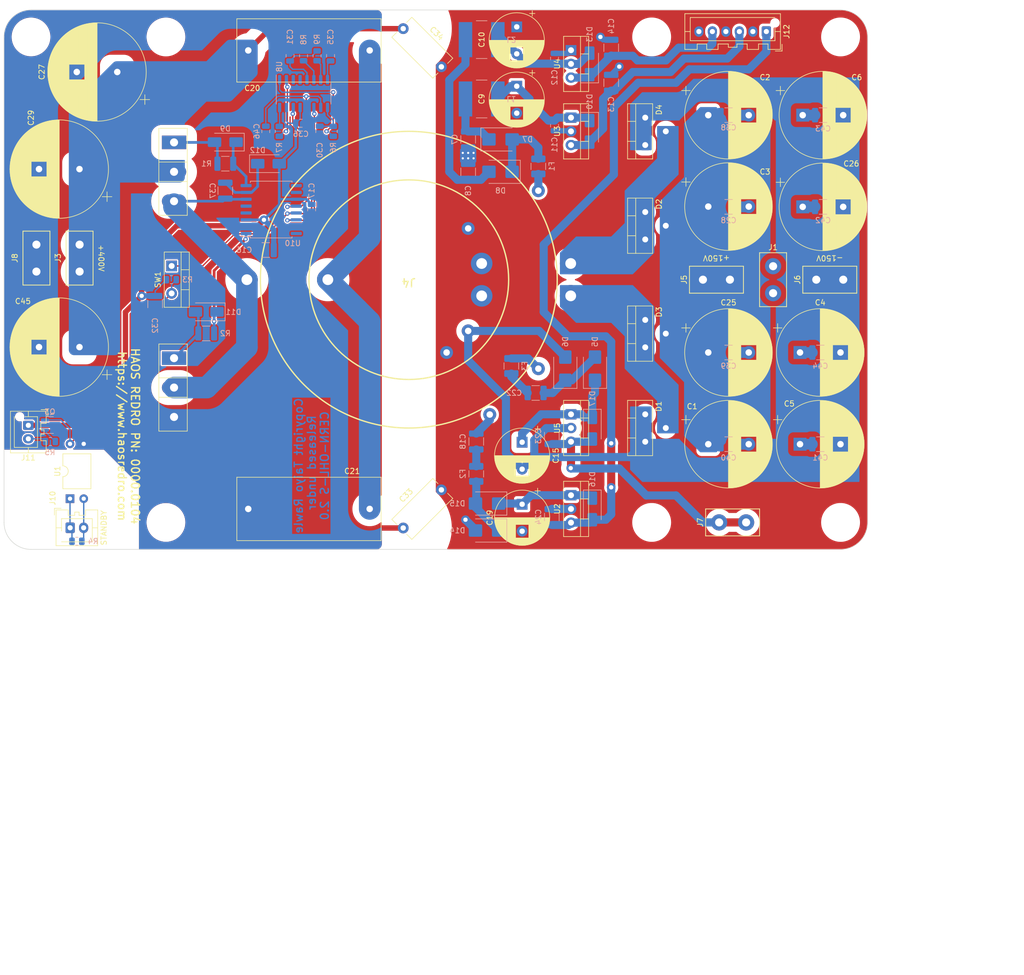
<source format=kicad_pcb>
(kicad_pcb (version 20221018) (generator pcbnew)
  (layers (0 "F.Cu" signal) (31 "B.Cu" signal) (34 "B.Paste" user) (35 "F.Paste" user) (36 "B.SilkS" user "B.Silkscreen") (37 "F.SilkS" user "F.Silkscreen") (38 "B.Mask" user) (39 "F.Mask" user) (44 "Edge.Cuts" user))
  (net 0 "")
  (net 1 "Net-(D7-K)")
  (net 2 "GND")
  (net 3 "Net-(D8-A)")
  (net 4 "Net-(D10-K)")
  (net 5 "Net-(D13-A)")
  (net 6 "Net-(D10-A)")
  (net 7 "Net-(D13-K)")
  (net 8 "Net-(D17-K)")
  (net 9 "-150V")
  (net 10 "Net-(D12-K)")
  (net 11 "Net-(C18-Pad1)")
  (net 12 "+GDRV")
  (net 13 "GND1")
  (net 14 "+400V")
  (net 15 "Net-(J4-Pin_8)")
  (net 16 "Net-(D5-A)")
  (net 17 "+12Vaux")
  (net 18 "Net-(D14-K)")
  (net 19 "Net-(D15-K)")
  (net 20 "Net-(D1-A)")
  (net 21 "Net-(D4-A)")
  (net 22 "Net-(D7-A)")
  (net 23 "Net-(D9-K)")
  (net 24 "Net-(D9-A)")
  (net 25 "Net-(D11-K)")
  (net 26 "Net-(D11-A)")
  (net 27 "Net-(J4-Pin_3)")
  (net 28 "Net-(J4-Pin_6)")
  (net 29 "Net-(J4-Pin_10)")
  (net 30 "Net-(J4-Pin_1)")
  (net 31 "+150V")
  (net 32 "Net-(C22-Pad2)")
  (net 33 "+12V")
  (net 34 "Net-(U8-COMP)")
  (net 35 "Net-(U8-CT)")
  (net 36 "Net-(U8-SS)")
  (net 37 "Net-(J10-Pin_1)")
  (net 38 "Net-(J10-Pin_2)")
  (net 39 "/SD")
  (net 40 "Net-(U8-INV)")
  (net 41 "Net-(U8-REF)")
  (net 42 "Net-(U8-NI)")
  (net 43 "Net-(U8-RT)")
  (net 44 "Net-(U8-DISCH)")
  (net 47 "Net-(U10-HIN)")
  (net 48 "Net-(U10-LIN)")
  (net 54 "Net-(J11-Pin_2)")
  (net 55 "Net-(Q3-B)")
  (net 56 "Net-(Q3-C)")
  (footprint "Connector_JST:JST_XA_B02B-XASK-1-A_1x02_P2.50mm_Vertical" (layer "F.Cu") (at 79.5 127 -90)
    (fp_text reference "J11")
    (fp_text value "JX")
  )
  (footprint "HR_Parts:CON-BLADE250-VERTICAL" (layer "F.Cu") (at 89 96 -90)
    (fp_text reference "J3")
    (fp_text value "BLADE250")
  )
  (footprint "Package_TO_SOT_THT:TO-220-3_Vertical" (layer "F.Cu") (at 180.055 124.96 -90)
    (fp_text reference "U5")
    (fp_text value "L7812")
  )
  (footprint "Capacitor_THT:C_Disc_D10.5mm_W5.0mm_P10.00mm" (layer "F.Cu") (at 148.964466 146.035534 45)
    (fp_text reference "C33")
    (fp_text value "222")
  )
  (footprint "Capacitor_THT:CP_Radial_D18.0mm_P7.50mm" (layer "F.Cu") (at 88.97778 79.5 180)
    (fp_text reference "C29")
    (fp_text value "47")
  )
  (footprint "Connector_JST:JST_XA_B02B-XASK-1-A_1x02_P2.50mm_Vertical" (layer "F.Cu") (at 87.25 146)
    (fp_text reference "J10")
    (fp_text value "JX")
  )
  (footprint "HR_Parts:TO-220-3_Vertical_Staggered" (layer "F.Cu") (at 193.8075 112.54 90)
    (fp_text reference "D3")
    (fp_text value "20R04")
  )
  (footprint "HR_Parts:CON-BLADE250-VERTICAL" (layer "F.Cu") (at 207 100 180)
    (fp_text reference "J5")
    (fp_text value "BLADE250")
  )
  (footprint "Capacitor_THT:CP_Radial_D10.0mm_P5.00mm" (layer "F.Cu") (at 170 53.132323 -90)
    (fp_text reference "C10")
    (fp_text value "470")
  )
  (footprint "HR_Parts:CON-BLADE250-VERTICAL" (layer "F.Cu") (at 210 145 180)
    (fp_text reference "J7")
    (fp_text value "BLADE250")
  )
  (footprint "MountingHole:MountingHole_3.2mm_M3" (layer "F.Cu") (at 105 55)
    (fp_text reference "H5" hide)
    (fp_text value "M3")
  )
  (footprint "MountingHole:MountingHole_3.2mm_M3" (layer "F.Cu") (at 105 145)
    (fp_text reference "H3" hide)
    (fp_text value "M3")
  )
  (footprint "HR_Parts:TRANSFORMER-TOROID-D55-H-8P-1" (layer "F.Cu") (at 150 100 180)
    (fp_text reference "J4")
    (fp_text value "mysterious toroid")
  )
  (footprint "HR_Parts:TO-220-3_Vertical_Staggered" (layer "F.Cu") (at 193.8075 130.04 90)
    (fp_text reference "D1")
    (fp_text value "20R04")
  )
  (footprint "MountingHole:MountingHole_3.2mm_M3" (layer "F.Cu") (at 80 55)
    (fp_text reference "H2" hide)
    (fp_text value "M3")
  )
  (footprint "HR_Parts:CON-BLADE250-VERTICAL" (layer "F.Cu") (at 81 96 90)
    (fp_text reference "J8")
    (fp_text value "BLADE250")
  )
  (footprint "HR_Parts:CON-BLADE250-VERTICAL" (layer "F.Cu") (at 228 100 180)
    (fp_text reference "J6")
    (fp_text value "BLADE250")
  )
  (footprint "Capacitor_THT:CP_Radial_D16.0mm_P7.50mm" (layer "F.Cu") (at 222.487246 113.5)
    (fp_text reference "C4")
    (fp_text value "220")
  )
  (footprint "Capacitor_THT:CP_Radial_D16.0mm_P7.50mm" (layer "F.Cu") (at 205.487246 130.5)
    (fp_text reference "C1")
    (fp_text value "220")
  )
  (footprint "Capacitor_THT:C_Rect_L26.5mm_W11.5mm_P22.50mm_MKS4" (layer "F.Cu") (at 120.25 57.5)
    (fp_text reference "C20")
    (fp_text value "105")
  )
  (footprint "Capacitor_THT:C_Disc_D10.5mm_W5.0mm_P10.00mm" (layer "F.Cu") (at 148.964466 53.464466 -45)
    (fp_text reference "C34")
    (fp_text value "222")
  )
  (footprint "Capacitor_THT:CP_Radial_D18.0mm_P7.50mm" (layer "F.Cu") (at 88.97778 112.5 180)
    (fp_text reference "C45")
    (fp_text value "47")
  )
  (footprint "Package_TO_SOT_THT:TO-220-3_Vertical" (layer "F.Cu") (at 180.055 57.46 -90)
    (fp_text reference "U4")
    (fp_text value "L7915")
  )
  (footprint "MountingHole:MountingHole_3.2mm_M3" (layer "F.Cu") (at 80 145)
    (fp_text reference "H9" hide)
    (fp_text value "M3")
  )
  (footprint "Capacitor_THT:CP_Radial_D10.0mm_P5.00mm" (layer "F.Cu") (at 170 64.132323 -90)
    (fp_text reference "C9")
    (fp_text value "470")
  )
  (footprint "MountingHole:MountingHole_3.2mm_M3" (layer "F.Cu") (at 195 55)
    (fp_text reference "H4" hide)
    (fp_text value "M3")
  )
  (footprint "MountingHole:MountingHole_3.2mm_M3" (layer "F.Cu") (at 230 55)
    (fp_text reference "H1" hide)
    (fp_text value "M3")
  )
  (footprint "MountingHole:MountingHole_3.2mm_M3" (layer "F.Cu") (at 230 145)
    (fp_text reference "H8" hide)
    (fp_text value "M3")
  )
  (footprint "Capacitor_THT:CP_Radial_D16.0mm_P7.50mm" (layer "F.Cu") (at 205.487246 69.5)
    (fp_text reference "C2")
    (fp_text value "220")
  )
  (footprint "Capacitor_THT:CP_Radial_D16.0mm_P7.50mm" (layer "F.Cu") (at 205.487246 86.45)
    (fp_text reference "C3")
    (fp_text value "220")
  )
  (footprint "Capacitor_THT:CP_Radial_D16.0mm_P7.50mm" (layer "F.Cu") (at 222.987246 86.5)
    (fp_text reference "C26")
    (fp_text value "220")
  )
  (footprint "Capacitor_THT:CP_Radial_D16.0mm_P7.50mm" (layer "F.Cu") (at 222.987246 69.5)
    (fp_text reference "C6")
    (fp_text value "220")
  )
  (footprint "HR_Parts:TO-220-3_Vertical_Staggered" (layer "F.Cu") (at 193.8075 75.04 90)
    (fp_text reference "D4")
    (fp_text value "20R04")
  )
  (footprint "Package_TO_SOT_THT:TO-247-3_Vertical" (layer "F.Cu") (at 106.5 114.55 -90)
    (fp_text reference "Q2" hide)
    (fp_text value "50N60")
  )
  (footprint "Package_DIP:DIP-4_W10.16mm" (layer "F.Cu") (at 87.225 140.6 90)
    (fp_text reference "U1")
    (fp_text value "TLP291")
  )
  (footprint "Package_TO_SOT_THT:TO-220-3_Vertical" (layer "F.Cu") (at 180.055 69.96 -90)
    (fp_text reference "U3")
    (fp_text value "L7815")
  )
  (footprint "MountingHole:MountingHole_3.2mm_M3" (layer "F.Cu") (at 195 145)
    (fp_text reference "H7" hide)
    (fp_text value "M3")
  )
  (footprint "HR_Parts:CON-BLADE250-VERTICAL" (layer "F.Cu") (at 217.5 100 90)
    (fp_text reference "J1")
    (fp_text value "BLADE250")
  )
  (footprint "Capacitor_THT:CP_Radial_D16.0mm_P7.50mm" (layer "F.Cu") (at 205.487246 113.5)
    (fp_text reference "C25")
    (fp_text value "220")
  )
  (footprint "Capacitor_THT:C_Rect_L26.5mm_W11.5mm_P22.50mm_MKS4" (layer "F.Cu") (at 142.75 142.5 180)
    (fp_text reference "C21")
    (fp_text value "105")
  )
  (footprint "Connector_JST:JST_XA_B06B-XASK-1-A_1x06_P2.50mm_Vertical" (layer "F.Cu") (at 216.25 54 180)
    (fp_text reference "J12")
    (fp_text value "JX")
  )
  (footprint "HR_Parts:TO-220-3_Vertical_Staggered" (layer "F.Cu") (at 193.8075 92.54 90)
    (fp_text reference "D2")
    (fp_text value "20R04")
  )
  (footprint "Capacitor_THT:CP_Radial_D18.0mm_P7.50mm" (layer "F.Cu") (at 95.97778 61.5 180)
    (fp_text reference "C27")
    (fp_text value "47")
  )
  (footprint "Capacitor_THT:CP_Radial_D10.0mm_P5.00mm" (layer "F.Cu") (at 171 130.132323 -90)
    (fp_text reference "C15")
    (fp_text value "470")
  )
  (footprint "Package_TO_SOT_THT:TO-220-2_Vertical" (layer "F.Cu") (at 106.055 97.46 -90)
    (fp_text reference "SW1")
    (fp_text value "70")
  )
  (footprint "Capacitor_THT:CP_Radial_D16.0mm_P7.50mm" (layer "F.Cu") (at 222.487246 130.5)
    (fp_text reference "C5")
    (fp_text value "220")
  )
  (footprint "Package_TO_SOT_THT:TO-247-3_Vertical" (layer "F.Cu") (at 106.5 74.55 -90)
    (fp_text reference "Q1" hide)
    (fp_text value "50N60")
  )
  (footprint "Capacitor_THT:CP_Radial_D10.0mm_P5.00mm" (layer "F.Cu") (at 171 141.632323 -90)
    (fp_text reference "C19")
    (fp_text value "470")
  )
  (footprint "Package_TO_SOT_THT:TO-220-3_Vertical" (layer "F.Cu") (at 180.055 139.96 -90)
    (fp_text reference "U2")
    (fp_text value "L7812")
  )
  (footprint "Capacitor_SMD:C_0805_2012Metric" (layer "B.Cu") (at 132 87 -90)
    (fp_text reference "C17")
    (fp_text value "104")
  )
  (footprint "Capacitor_SMD:C_0805_2012Metric" (layer "B.Cu") (at 133.5 72.5 -90)
    (fp_text reference "C30")
    (fp_text value "102")
  )
  (footprint "Capacitor_SMD:C_1210_3225Metric" (layer "B.Cu") (at 103 104.5 -90)
    (fp_text reference "C32")
    (fp_text value "106")
  )
  (footprint "Resistor_SMD:R_0805_2012Metric" (layer "B.Cu") (at 130.5 58.5 -90)
    (fp_text reference "R8")
    (fp_text value "12K")
  )
  (footprint "HR_Parts:INDUCTOR_SMD_7x7" (layer "B.Cu") (at 163.5 66.5)
    (fp_text reference "L1")
    (fp_text value "22")
  )
  (footprint "Diode_SMD:D_SMB" (layer "B.Cu") (at 167 80 180)
    (fp_text reference "D8")
    (fp_text value "SK36B")
  )
  (footprint "Capacitor_SMD:C_0805_2012Metric" (layer "B.Cu") (at 130 71)
    (fp_text reference "C36")
    (fp_text value "104")
  )
  (footprint "Diode_SMD:D_SMB" (layer "B.Cu") (at 179 116.5 90)
    (fp_text reference "D6")
    (fp_text value "SK36B")
  )
  (footprint "Diode_SMD:D_SMA" (layer "B.Cu") (at 183.5 72.5 -90)
    (fp_text reference "D10")
    (fp_text value "4002")
  )
  (footprint "Capacitor_SMD:C_1210_3225Metric" (layer "B.Cu") (at 161 80 -90)
    (fp_text reference "C8")
    (fp_text value "105")
  )
  (footprint "Capacitor_SMD:C_0805_2012Metric" (layer "B.Cu") (at 135.5 58.5 90)
    (fp_text reference "C35")
    (fp_text value "336")
  )
  (footprint "Capacitor_SMD:C_1210_3225Metric" (layer "B.Cu") (at 209.25 113.5)
    (fp_text reference "C39")
    (fp_text value "104")
  )
  (footprint "Capacitor_SMD:C_1210_3225Metric" (layer "B.Cu") (at 209.25 86.5)
    (fp_text reference "C28")
    (fp_text value "104")
  )
  (footprint "Package_TO_SOT_SMD:SOT-23" (layer "B.Cu") (at 83.5 126.95)
    (fp_text reference "Q3")
    (fp_text value "BC846")
  )
  (footprint "Capacitor_SMD:C_1210_3225Metric" (layer "B.Cu") (at 226.75 69.5)
    (fp_text reference "C43")
    (fp_text value "104")
  )
  (footprint "Diode_SMD:D_SMA" (layer "B.Cu") (at 112.4625 105.9625 180)
    (fp_text reference "D11")
    (fp_text value "ES1G")
  )
  (footprint "Capacitor_SMD:C_1210_3225Metric" (layer "B.Cu") (at 226.75 86.5)
    (fp_text reference "C42")
    (fp_text value "104")
  )
  (footprint "Diode_SMD:D_SMB" (layer "B.Cu") (at 167 74)
    (fp_text reference "D7")
    (fp_text value "SK36B")
  )
  (footprint "Diode_SMD:D_SMA" (layer "B.Cu") (at 184 127.54 -90)
    (fp_text reference "D17")
    (fp_text value "4002")
  )
  (footprint "Capacitor_SMD:C_1210_3225Metric" (layer "B.Cu") (at 187.5 57 -90)
    (fp_text reference "C14")
    (fp_text value "106")
  )
  (footprint "Capacitor_SMD:C_0805_2012Metric" (layer "B.Cu") (at 177 71.45 -90)
    (fp_text reference "C11")
    (fp_text value "104")
  )
  (footprint "Package_SO:SOIC-16W_7.5x10.3mm_P1.27mm" (layer "B.Cu") (at 124.5 87)
    (fp_text reference "U10")
    (fp_text value "IRS2110S")
  )
  (footprint "Capacitor_SMD:C_1210_3225Metric" (layer "B.Cu") (at 209.25 130.5)
    (fp_text reference "C40")
    (fp_text value "104")
  )
  (footprint "Diode_SMD:D_SMA" (layer "B.Cu") (at 184 142.5 -90)
    (fp_text reference "D16")
    (fp_text value "4002")
  )
  (footprint "Fuse:Fuse_1210_3225Metric" (layer "B.Cu") (at 174 79 90)
    (fp_text reference "F1")
    (fp_text value "1.5A")
  )
  (footprint "Capacitor_SMD:C_1210_3225Metric" (layer "B.Cu") (at 226.25 130.5)
    (fp_text reference "C41")
    (fp_text value "104")
  )
  (footprint "Capacitor_SMD:C_1210_3225Metric" (layer "B.Cu") (at 209.25 69.5)
    (fp_text reference "C38")
    (fp_text value "104")
  )
  (footprint "HR_Parts:INDUCTOR_SMD_7x7" (layer "B.Cu") (at 163.5 55.5)
    (fp_text reference "L2")
    (fp_text value "22")
  )
  (footprint "Resistor_SMD:R_0805_2012Metric" (layer "B.Cu") (at 83.5875 130)
    (fp_text reference "R5")
    (fp_text value "2K2")
  )
  (footprint "Resistor_SMD:R_0805_2012Metric" (layer "B.Cu") (at 126 72.5 -90)
    (fp_text reference "R7")
    (fp_text value "12K")
  )
  (footprint "Resistor_SMD:R_0805_2012Metric" (layer "B.Cu") (at 133 58.5 -90)
    (fp_text reference "R9")
    (fp_text value "100")
  )
  (footprint "Capacitor_SMD:C_1210_3225Metric" (layer "B.Cu") (at 187.5 63.5 90)
    (fp_text reference "C13")
    (fp_text value "106")
  )
  (footprint "Capacitor_SMD:C_1210_3225Metric" (layer "B.Cu") (at 161 74 -90)
    (fp_text reference "C7")
    (fp_text value "105")
  )
  (footprint "Diode_SMD:D_SMA" (layer "B.Cu") (at 116 74.5 180)
    (fp_text reference "D9")
    (fp_text value "ES1G")
  )
  (footprint "Resistor_SMD:R_0805_2012Metric" (layer "B.Cu") (at 88.5 148.5 180)
    (fp_text reference "R4")
    (fp_text value "10K")
  )
  (footprint "Capacitor_SMD:C_1210_3225Metric" (layer "B.Cu") (at 116 83.5 -90)
    (fp_text reference "C37")
    (fp_text value "106")
  )
  (footprint "Capacitor_SMD:C_1210_3225Metric" (layer "B.Cu") (at 123.5 94.5 180)
    (fp_text reference "C16")
    (fp_text value "106")
  )
  (footprint "Capacitor_SMD:C_1210_3225Metric" (layer "B.Cu") (at 226.25 113.5)
    (fp_text reference "C44")
    (fp_text value "104")
  )
  (footprint "Resistor_SMD:R_1210_3225Metric" (layer "B.Cu") (at 112.4625 109.9625 180)
    (fp_text reference "R2")
    (fp_text value "4R7")
  )
  (footprint "Capacitor_SMD:C_0805_2012Metric" (layer "B.Cu") (at 123.5 72.5 -90)
    (fp_text reference "C46")
    (fp_text value "104")
  )
  (footprint "Package_SO:SO-16_3.9x9.9mm_P1.27mm" (layer "B.Cu") (at 130.5 65.5 -90)
    (fp_text reference "U8")
    (fp_text value "SG3525")
  )
  (footprint "Resistor_SMD:R_0805_2012Metric" (layer "B.Cu") (at 106 100 180)
    (fp_text reference "R3")
    (fp_text value "10K")
  )
  (footprint "Diode_SMD:D_SMA" (layer "B.Cu") (at 183.5 60 90)
    (fp_text reference "D13")
    (fp_text value "4002")
  )
  (footprint "Fuse:Fuse_1210_3225Metric" (layer "B.Cu") (at 162.5 136 90)
    (fp_text reference "F2")
    (fp_text value "1.5A")
  )
  (footprint "Diode_SMD:D_SMB" (layer "B.Cu") (at 164.5 141.5 180)
    (fp_text reference "D15")
    (fp_text value "SK36B")
  )
  (footprint "Diode_SMD:D_SMB" (layer "B.Cu") (at 184.5 116.5 90)
    (fp_text reference "D5")
    (fp_text value "SK36B")
  )
  (footprint "Resistor_SMD:R_1210_3225Metric" (layer "B.Cu") (at 116 78.5 180)
    (fp_text reference "R1")
    (fp_text value "4R7")
  )
  (footprint "Diode_SMD:D_SMA" (layer "B.Cu") (at 124 78.5)
    (fp_text reference "D12")
    (fp_text value "ES1G")
  )
  (footprint "Capacitor_SMD:C_0805_2012Metric" (layer "B.Cu") (at 128 58.5 90)
    (fp_text reference "C31")
    (fp_text value "102")
  )
  (footprint "Capacitor_SMD:C_1210_3225Metric" (layer "B.Cu") (at 173.5 121 180)
    (fp_text reference "C22")
    (fp_text value "105")
  )
  (footprint "Fuse:Fuse_1210_3225Metric" (layer "B.Cu") (at 169 116 90)
    (fp_text reference "F3")
    (fp_text value "1.5A")
  )
  (footprint "Diode_SMD:D_SMB" (layer "B.Cu") (at 164.5 146.5 180)
    (fp_text reference "D14")
    (fp_text value "SK36B")
  )
  (footprint "Capacitor_SMD:C_0805_2012Metric" (layer "B.Cu") (at 177 59 -90)
    (fp_text reference "C12")
    (fp_text value "104")
  )
  (footprint "Capacitor_SMD:C_1210_3225Metric" (layer "B.Cu") (at 176.5 144 90)
    (fp_text reference "C24")
    (fp_text value "106")
  )
  (footprint "Capacitor_SMD:C_1210_3225Metric" (layer "B.Cu") (at 162.5 130 90)
    (fp_text reference "C18")
    (fp_text value "105")
  )
  (footprint "Resistor_SMD:R_0805_2012Metric" (layer "B.Cu") (at 136 72.5 -90)
    (fp_text reference "R6")
    (fp_text value "12K")
  )
  (footprint "Capacitor_SMD:C_1210_3225Metric" (layer "B.Cu") (at 176.5 129 90)
    (fp_text reference "C23")
    (fp_text value "106")
  )
  (gr_arc (start 75 55) (mid 76.464466 51.464466) (end 80 50) (stroke (width 0.1)) (layer "Edge.Cuts"))
  (gr_line (start 75 145) (end 75 55) (stroke (width 0.1)) (layer "Edge.Cuts"))
  (gr_line (start 80 50) (end 230 50) (stroke (width 0.1)) (layer "Edge.Cuts"))
  (gr_arc (start 80 150) (mid 76.464466 148.535534) (end 75 145) (stroke (width 0.1)) (layer "Edge.Cuts"))
  (gr_line (start 235 145) (end 235 55) (stroke (width 0.1)) (layer "Edge.Cuts"))
  (gr_line (start 80 150) (end 230 150) (stroke (width 0.1)) (layer "Edge.Cuts"))
  (gr_arc (start 230 50) (mid 233.535534 51.464466) (end 235 55) (stroke (width 0.1)) (layer "Edge.Cuts"))
  (gr_arc (start 235 145) (mid 233.535534 148.535534) (end 230 150) (stroke (width 0.1)) (layer "Edge.Cuts"))
  (gr_text "Copyright Taiyo Rawle\nReleased under \nCERN-OHL-S 2.0" (at 132 134.5 90) (layer "B.Cu") (effects (font (size 1.5 1.5) (thickness 0.25) bold) (justify mirror)))
  (gr_text "HAOS REDRO PN: 0000.0104\nhttps://www.haosredro.com" (at 96 129 -90) (layer "F.SilkS") (effects (font (size 1.5 1.5) (thickness 0.25) bold) (justify bottom)))
  (segment (start 160.5 66.5) (end 160.5 72.025) (width 1.5) (layer "B.Cu") (net 1))
  (segment (start 163.375 72.525) (end 161 72.525) (width 1.5) (layer "B.Cu") (net 1))
  (segment (start 164.85 74) (end 163.375 72.525) (width 1.5) (layer "B.Cu") (net 1))
  (segment (start 160.5 72.025) (end 161 72.525) (width 1.5) (layer "B.Cu") (net 1))
  (via (at 161 76.5) (size 0.8) (drill 0.4) (layers "F.Cu" "B.Cu") (net 2))
  (via (at 162 76.5) (size 0.8) (drill 0.4) (layers "F.Cu" "B.Cu") (net 2))
  (via (at 162 77.5) (size 0.8) (drill 0.4) (layers "F.Cu" "B.Cu") (net 2))
  (via (at 161 77.5) (size 0.8) (drill 0.4) (layers "F.Cu" "B.Cu") (net 2))
  (via (at 160.5 144.5) (size 1.6) (drill 0.8) (layers "F.Cu" "B.Cu") (net 2))
  (via (at 185.5 55) (size 1.6) (drill 0.8) (layers "F.Cu" "B.Cu") (net 2))
  (via (at 160 77.5) (size 0.8) (drill 0.4) (layers "F.Cu" "B.Cu") (net 2))
  (via (at 189 60.5) (size 1.6) (drill 0.8) (layers "F.Cu" "B.Cu") (net 2))
  (via (at 160 76.5) (size 0.8) (drill 0.4) (layers "F.Cu" "B.Cu") (net 2))
  (segment (start 186.025 55.525) (end 185.5 55) (width 1) (layer "B.Cu") (net 2))
  (segment (start 222.987246 86.5) (end 225.275 86.5) (width 2) (layer "B.Cu") (net 2))
  (segment (start 187.5 62) (end 189 60.5) (width 1) (layer "B.Cu") (net 2))
  (segment (start 210.725 69.5) (end 212.987246 69.5) (width 2) (layer "B.Cu") (net 2))
  (segment (start 210.725 113.5) (end 212.987246 113.5) (width 2) (layer "B.Cu") (net 2))
  (segment (start 224.775 113.5) (end 222.487246 113.5) (width 2) (layer "B.Cu") (net 2))
  (segment (start 176.525 142.5) (end 176.5 142.525) (width 1.5) (layer "B.Cu") (net 2))
  (segment (start 224.775 130.5) (end 222.487246 130.5) (width 2) (layer "B.Cu") (net 2))
  (segment (start 179.465 58.05) (end 180.055 57.46) (width 1) (layer "B.Cu") (net 2))
  (segment (start 212.937246 86.5) (end 212.987246 86.45) (width 2) (layer "B.Cu") (net 2))
  (segment (start 177 58.05) (end 179.465 58.05) (width 1) (layer "B.Cu") (net 2))
  (segment (start 180.055 142.5) (end 176.525 142.5) (width 1.5) (layer "B.Cu") (net 2))
  (segment (start 210.725 130.5) (end 212.987246 130.5) (width 2) (layer "B.Cu") (net 2))
  (segment (start 187.5 55.525) (end 186.025 55.525) (width 1) (layer "B.Cu") (net 2))
  (segment (start 187.5 62.025) (end 187.5 62) (width 1) (layer "B.Cu") (net 2))
  (segment (start 177 72.4) (end 179.955 72.4) (width 1) (layer "B.Cu") (net 2))
  (segment (start 179.955 72.4) (end 180.055 72.5) (width 1) (layer "B.Cu") (net 2))
  (segment (start 162.35 146.5) (end 162.35 146.35) (width 1.5) (layer "B.Cu") (net 2))
  (segment (start 210.725 86.5) (end 212.937246 86.5) (width 2) (layer "B.Cu") (net 2))
  (segment (start 162.35 146.35) (end 160.5 144.5) (width 1.5) (layer "B.Cu") (net 2))
  (segment (start 225.275 69.5) (end 222.987246 69.5) (width 2) (layer "B.Cu") (net 2))
  (segment (start 157.5 63) (end 160.5 60) (width 1.5) (layer "B.Cu") (net 3))
  (segment (start 157.5 80) (end 157.5 63) (width 1.5) (layer "B.Cu") (net 3))
  (segment (start 158.975 81.475) (end 157.5 80) (width 1.5) (layer "B.Cu") (net 3))
  (segment (start 164.85 80) (end 163.375 81.475) (width 1.5) (layer "B.Cu") (net 3))
  (segment (start 160.5 60) (end 160.5 55.5) (width 1.5) (layer "B.Cu") (net 3))
  (segment (start 161 81.475) (end 158.975 81.475) (width 1.5) (layer "B.Cu") (net 3))
  (segment (start 163.375 81.475) (end 161 81.475) (width 1.5) (layer "B.Cu") (net 3))
  (segment (start 182.96 69.96) (end 183.5 70.5) (width 1.5) (layer "B.Cu") (net 4))
  (segment (start 168.867677 64.132323) (end 166.5 66.5) (width 1.5) (layer "B.Cu") (net 4))
  (segment (start 177.54 69.96) (end 177 70.5) (width 1.5) (layer "B.Cu") (net 4))
  (segment (start 170 64.132323) (end 168.867677 64.132323) (width 1.5) (layer "B.Cu") (net 4))
  (segment (start 180.055 69.96) (end 177.54 69.96) (width 1.5) (layer "B.Cu") (net 4))
  (segment (start 175.867677 70.5) (end 172.367677 67) (width 1.5) (layer "B.Cu") (net 4))
  (segment (start 180.055 69.96) (end 182.96 69.96) (width 1.5) (layer "B.Cu") (net 4))
  (segment (start 177 70.5) (end 175.867677 70.5) (width 1.5) (layer "B.Cu") (net 4))
  (segment (start 172.367677 66.5) (end 170 64.132323) (width 1.5) (layer "B.Cu") (net 4))
  (segment (start 172.367677 67) (end 172.367677 66.5) (width 1.5) (layer "B.Cu") (net 4))
  (segment (start 177 59.95) (end 171.817677 59.95) (width 1.5) (layer "B.Cu") (net 5))
  (segment (start 166.5 55.5) (end 167.367677 55.5) (width 1.5) (layer "B.Cu") (net 5))
  (segment (start 180.005 59.95) (end 180.055 60) (width 1.5) (layer "B.Cu") (net 5))
  (segment (start 171.817677 59.95) (end 170 58.132323) (width 1.5) (layer "B.Cu") (net 5))
  (segment (start 180.055 60) (end 181.5 60) (width 1.5) (layer "B.Cu") (net 5))
  (segment (start 181.5 60) (end 183.5 58) (width 1.5) (layer "B.Cu") (net 5))
  (segment (start 177 59.95) (end 180.005 59.95) (width 1.5) (layer "B.Cu") (net 5))
  (segment (start 167.367677 55.5) (end 170 58.132323) (width 1.5) (layer "B.Cu") (net 5))
  (segment (start 186 66.475) (end 187.5 64.975) (width 1.5) (layer "B.Cu") (net 6))
  (segment (start 188.025 64.975) (end 187.5 64.975) (width 1.5) (layer "B.Cu") (net 6))
  (segment (start 191.5 61.5) (end 188.025 64.975) (width 1.5) (layer "B.Cu") (net 6))
  (segment (start 186 72) (end 186 66.475) (width 1.5) (layer "B.Cu") (net 6))
  (segment (start 201 59) (end 198.5 61.5) (width 1.5) (layer "B.Cu") (net 6))
  (segment (start 209 59) (end 211.25 56.75) (width 1.5) (layer "B.Cu") (net 6))
  (segment (start 209 59) (end 201 59) (width 1.5) (layer "B.Cu") (net 6))
  (segment (start 211.25 56.75) (end 211.25 54) (width 1.5) (layer "B.Cu") (net 6))
  (segment (start 180.055 75.04) (end 182.96 75.04) (width 1.5) (layer "B.Cu") (net 6))
  (segment (start 182.96 75.04) (end 183.5 74.5) (width 1.5) (layer "B.Cu") (net 6))
  (segment (start 198.5 61.5) (end 191.5 61.5) (width 1.5) (layer "B.Cu") (net 6))
  (segment (start 186 72) (end 183.5 74.5) (width 1.5) (layer "B.Cu") (net 6))
  (segment (start 197.65 59.35) (end 200 57) (width 1.5) (layer "B.Cu") (net 7))
  (segment (start 191.5 58.5) (end 192.35 59.35) (width 1.5) (layer "B.Cu") (net 7))
  (segment (start 182.96 62.54) (end 183.5 62) (width 1.5) (layer "B.Cu") (net 7))
  (segment (start 187.5 58.475) (end 187.525 58.5) (width 1.5) (layer "B.Cu") (net 7))
  (segment (start 183.5 62) (end 183.975 62) (width 1.5) (layer "B.Cu") (net 7))
  (segment (start 187.525 58.5) (end 191.5 58.5) (width 1.5) (layer "B.Cu") (net 7))
  (segment (start 183.975 62) (end 187.5 58.475) (width 1.5) (layer "B.Cu") (net 7))
  (segment (start 180.055 62.54) (end 182.96 62.54) (width 1.5) (layer "B.Cu") (net 7))
  (segment (start 192.35 59.35) (end 197.65 59.35) (width 1.5) (layer "B.Cu") (net 7))
  (segment (start 206.25 56.25) (end 206.25 54) (width 1.5) (layer "B.Cu") (net 7))
  (segment (start 200 57) (end 205.5 57) (width 1.5) (layer "B.Cu") (net 7))
  (segment (start 205.5 57) (end 206.25 56.25) (width 1.5) (layer "B.Cu") (net 7))
  (segment (start 174.54 124.96) (end 180.055 124.96) (width 1.5) (layer "B.Cu") (net 8))
  (segment (start 184.5 118.65) (end 184.5 121) (width 1.5) (layer "B.Cu") (net 8))
  (segment (start 184 125.54) (end 182.54 125.54) (width 1.5) (layer "B.Cu") (net 8))
  (segment (start 184 121.5) (end 184 125.54) (width 1.5) (layer "B.Cu") (net 8))
  (segment (start 182.54 125.54) (end 181.96 124.96) (width 1.5) (layer "B.Cu") (net 8))
  (segment (start 181.96 124.96) (end 180.055 124.96) (width 1.5) (layer "B.Cu") (net 8))
  (segment (start 184.5 121) (end 184 121.5) (width 1.5) (layer "B.Cu") (net 8))
  (segment (start 171 128.5) (end 174.54 124.96) (width 1.5) (layer "B.Cu") (net 8))
  (segment (start 171 130.132323) (end 171 128.5) (width 1.5) (layer "B.Cu") (net 8))
  (segment (start 190.965177 132.882323) (end 193.8075 130.04) (width 1.5) (layer "B.Cu") (net 9))
  (segment (start 161 109.5) (end 161 115) (width 1.5) (layer "B.Cu") (net 9))
  (segment (start 180.03 127.525) (end 180.055 127.5) (width 1.5) (layer "B.Cu") (net 9))
  (segment (start 176.5 127.525) (end 180.03 127.525) (width 1.5) (layer "B.Cu") (net 9))
  (segment (start 171 135.132323) (end 173.25 132.882323) (width 1.5) (layer "B.Cu") (net 9))
  (segment (start 168 122) (end 168 132.132323) (width 1.5) (layer "B.Cu") (net 9))
  (segment (start 175.475 127.525) (end 176.5 127.525) (width 1.5) (layer "B.Cu") (net 9))
  (segment (start 173.25 129.75) (end 175.475 127.525) (width 1.5) (layer "B.Cu") (net 9))
  (segment (start 161 115) (end 168 122) (width 1.5) (layer "B.Cu") (net 9))
  (segment (start 173.25 132.882323) (end 173.25 129.75) (width 1.5) (layer "B.Cu") (net 9))
  (segment (start 168 132.132323) (end 171 135.132323) (width 1.5) (layer "B.Cu") (net 9))
  (segment (start 161 109.5) (end 174.15 109.5) (width 1.5) (layer "B.Cu") (net 9))
  (segment (start 174.15 109.5) (end 179 114.35) (width 1.5) (layer "B.Cu") (net 9))
  (segment (start 173.25 132.882323) (end 190.965177 132.882323) (width 1.5) (layer "B.Cu") (net 9))
  (segment (start 122 78.5) (end 122 82.702792) (width 0.5) (layer "B.Cu") (net 10))
  (segment (start 119.85 83.825) (end 117.8 83.825) (width 0.5) (layer "B.Cu") (net 10))
  (segment (start 117.8 83.825) (end 116 82.025) (width 0.5) (layer "B.Cu") (net 10))
  (segment (start 122 82.702792) (end 120.887792 83.815) (width 0.5) (layer "B.Cu") (net 10))
  (segment (start 120.887792 83.815) (end 119.85 83.815) (width 0.5) (layer "B.Cu") (net 10))
  (segment (start 162.5 134.6) (end 162.5 131.475) (width 1.5) (layer "B.Cu") (net 11))
  (segment (start 97.5 106) (end 100.5 103) (width 1) (layer "F.Cu") (net 12))
  (segment (start 79.5 127) (end 93.5 127) (width 1) (layer "F.Cu") (net 12))
  (segment (start 122.06 90) (end 123.155 88.905) (width 1) (layer "F.Cu") (net 12))
  (segment (start 100.5 96.5) (end 107 90) (width 1) (layer "F.Cu") (net 12))
  (segment (start 107 90) (end 122.06 90) (width 1) (layer "F.Cu") (net 12))
  (segment (start 100.5 103) (end 100.5 96.5) (width 1) (layer "F.Cu") (net 12))
  (segment (start 97.5 123) (end 97.5 106) (width 1) (layer "F.Cu") (net 12))
  (segment (start 93.5 127) (end 97.5 123) (width 1) (layer "F.Cu") (net 12))
  (via (at 123.155 88.905) (size 1.6) (drill 0.8) (layers "F.Cu" "B.Cu") (net 12))
  (via (at 100.5 103) (size 1.6) (drill 0.8) (layers "F.Cu" "B.Cu") (net 12))
  (segment (start 129.865 68.075) (end 129.865 70.185) (width 0.25) (layer "B.Cu") (net 12))
  (segment (start 127.75 71) (end 129.05 71) (width 0.25) (layer "B.Cu") (net 12))
  (segment (start 129.05 71) (end 129.05 75.45) (width 0.5) (layer "B.Cu") (net 12))
  (segment (start 126 85) (end 126 86.06) (width 0.5) (layer "B.Cu") (net 12))
  (segment (start 123.155 88.905) (end 119.85 88.905) (width 0.5) (layer "B.Cu") (net 12))
  (segment (start 129.15 85.095) (end 126.095 85.095) (width 0.5) (layer "B.Cu") (net 12))
  (segment (start 129.15 85.095) (end 131.045 85.095) (width 0.5) (layer "B.Cu") (net 12))
  (segment (start 126.095 85.095) (end 126 85) (width 0.5) (layer "B.Cu") (net 12))
  (segment (start 127.325 70.575) (end 127.75 71) (width 0.25) (layer "B.Cu") (net 12))
  (segment (start 124.975 90.725) (end 123.155 88.905) (width 1) (layer "B.Cu") (net 12))
  (segment (start 124.975 94.5) (end 124.975 90.725) (width 1) (layer "B.Cu") (net 12))
  (segment (start 129.865 70.185) (end 129.05 71) (width 0.25) (layer "B.Cu") (net 12))
  (segment (start 126 86.06) (end 123.155 88.905) (width 0.5) (layer "B.Cu") (net 12))
  (segment (start 103 102.0875) (end 103 103.025) (width 0.25) (layer "B.Cu") (net 12))
  (segment (start 127.325 68.075) (end 127.325 70.575) (width 0.25) (layer "B.Cu") (net 12))
  (segment (start 103.475 103) (end 103.5 103.025) (width 1) (layer "B.Cu") (net 12))
  (segment (start 105.0875 100) (end 103 102.0875) (width 0.25) (layer "B.Cu") (net 12))
  (segment (start 126 78.5) (end 126.25 78.25) (width 0.25) (layer "B.Cu") (net 12))
  (segment (start 126 78.5) (end 126 85) (width 0.5) (layer "B.Cu") (net 12))
  (segment (start 129.05 75.45) (end 126 78.5) (width 0.5) (layer "B.Cu") (net 12))
  (segment (start 131.045 85.095) (end 132 86.05) (width 0.5) (layer "B.Cu") (net 12))
  (segment (start 100.5 103) (end 103.475 103) (width 1) (layer "B.Cu") (net 12))
  (segment (start 144.464466 146.035534) (end 144 146.5) (width 1) (layer "F.Cu") (net 13))
  (segment (start 148.964466 146.035534) (end 144.464466 146.035534) (width 1) (layer "F.Cu") (net 13))
  (segment (start 124.285534 53.464466) (end 148.964466 53.464466) (width 1) (layer "F.Cu") (net 14))
  (segment (start 120.25 57.5) (end 124.285534 53.464466) (width 1) (layer "F.Cu") (net 14))
  (segment (start 165 126.025) (end 162.5 128.525) (width 1.5) (layer "B.Cu") (net 15))
  (segment (start 165 125) (end 165 126.025) (width 1.5) (layer "B.Cu") (net 15))
  (segment (start 180.2 118.65) (end 184.5 114.35) (width 1.5) (layer "B.Cu") (net 16))
  (segment (start 174.975 121) (end 176.65 121) (width 1.5) (layer "B.Cu") (net 16))
  (segment (start 179 118.65) (end 180.2 118.65) (width 1.5) (layer "B.Cu") (net 16))
  (segment (start 176.65 121) (end 179 118.65) (width 1.5) (layer "B.Cu") (net 16))
  (segment (start 180.055 130.04) (end 180.055 134.876823) (width 1.5) (layer "F.Cu") (net 17))
  (segment (start 212.5 145) (end 207.5 145) (width 1.5) (layer "F.Cu") (net 17))
  (segment (start 180.055 134.876823) (end 180 134.931823) (width 1.5) (layer "F.Cu") (net 17))
  (via (at 180 134.931823) (size 1.6) (drill 0.8) (layers "F.Cu" "B.Cu") (net 17))
  (segment (start 204.5 145) (end 207.5 145) (width 1.5) (layer "B.Cu") (net 17))
  (segment (start 184 129.54) (end 183.5 130.04) (width 1.5) (layer "B.Cu") (net 17))
  (segment (start 183.5 130.04) (end 180.055 130.04) (width 1.5) (layer "B.Cu") (net 17))
  (segment (start 180.068177 135) (end 189 135) (width 1.5) (layer "B.Cu") (net 17))
  (segment (start 189 135) (end 194 140) (width 1.5) (layer "B.Cu") (net 17))
  (segment (start 194 140) (end 199.5 140) (width 1.5) (layer "B.Cu") (net 17))
  (segment (start 180 134.931823) (end 180.068177 135) (width 1.5) (layer "B.Cu") (net 17))
  (segment (start 199.5 140) (end 204.5 145) (width 1.5) (layer "B.Cu") (net 17))
  (segment (start 179.62 130.475) (end 180.055 130.04) (width 1.5) (layer "B.Cu") (net 17))
  (segment (start 176.5 130.475) (end 179.62 130.475) (width 1.5) (layer "B.Cu") (net 17))
  (segment (start 162.35 142.2) (end 166.65 146.5) (width 1.5) (layer "B.Cu") (net 18))
  (segment (start 162.5 137.4) (end 162.5 141.35) (width 1.5) (layer "B.Cu") (net 18))
  (segment (start 162.35 141.5) (end 162.35 142.2) (width 1.5) (layer "B.Cu") (net 18))
  (segment (start 162.5 141.35) (end 162.35 141.5) (width 1.5) (layer "B.Cu") (net 18))
  (segment (start 170.867677 141.5) (end 171 141.632323) (width 1.5) (layer "B.Cu") (net 19))
  (segment (start 180.055 139.96) (end 183.46 139.96) (width 1.5) (layer "B.Cu") (net 19))
  (segment (start 166.65 141.5) (end 170.867677 141.5) (width 1.5) (layer "B.Cu") (net 19))
  (segment (start 180.055 139.96) (end 172.672323 139.96) (width 1.5) (layer "B.Cu") (net 19))
  (segment (start 183.46 139.96) (end 184 140.5) (width 1.5) (layer "B.Cu") (net 19))
  (segment (start 172.672323 139.96) (end 171 141.632323) (width 1.5) (layer "B.Cu") (net 19))
  (segment (start 172.5 74) (end 169.15 74) (width 1.5) (layer "B.Cu") (net 22))
  (segment (start 169.15 80) (end 169.15 74) (width 1.5) (layer "B.Cu") (net 22))
  (segment (start 174 77.6) (end 174 75.5) (width 1.5) (layer "B.Cu") (net 22))
  (segment (start 174 75.5) (end 172.5 74) (width 1.5) (layer "B.Cu") (net 22))
  (segment (start 119.85 82.555) (end 119.85 80.8875) (width 0.5) (layer "B.Cu") (net 23))
  (segment (start 117.4625 75.0375) (end 118 74.5) (width 0.5) (layer "B.Cu") (net 23))
  (segment (start 119.85 80.8875) (end 117.4625 78.5) (width 0.5) (layer "B.Cu") (net 23))
  (segment (start 117.4625 78.5) (end 117.4625 75.0375) (width 0.5) (layer "B.Cu") (net 23))
  (segment (start 106.5 74.55) (end 113.95 74.55) (width 0.5) (layer "B.Cu") (net 24))
  (segment (start 114.5375 78.5) (end 114.5375 75.0375) (width 0.5) (layer "B.Cu") (net 24))
  (segment (start 113.95 74.55) (end 114 74.5) (width 0.5) (layer "B.Cu") (net 24))
  (segment (start 114.5375 75.0375) (end 114 74.5) (width 0.5) (layer "B.Cu") (net 24))
  (segment (start 113.925 98.325) (end 113.925 107.73125) (width 0.5) (layer "F.Cu") (net 25))
  (segment (start 119.75 92.5) (end 113.925 98.325) (width 0.5) (layer "F.Cu") (net 25))
  (via (at 119.75 92.5) (size 0.8) (drill 0.4) (layers "F.Cu" "B.Cu") (net 25))
  (via (at 113.925 107.73125) (size 0.8) (drill 0.4) (layers "F.Cu" "B.Cu") (net 25))
  (segment (start 113.925 106.5) (end 114.4625 105.9625) (width 0.5) (layer "B.Cu") (net 25))
  (segment (start 119.85 92.4) (end 119.75 92.5) (width 0.5) (layer "B.Cu") (net 25))
  (segment (start 113.925 109.9625) (end 113.925 107.73125) (width 0.5) (layer "B.Cu") (net 25))
  (segment (start 113.925 107.73125) (end 113.925 106.5) (width 0.5) (layer "B.Cu") (net 25))
  (segment (start 119.85 91.445) (end 119.85 92.4) (width 0.5) (layer "B.Cu") (net 25))
  (segment (start 111 106.5) (end 110.4625 105.9625) (width 0.5) (layer "B.Cu") (net 26))
  (segment (start 111 109.9625) (end 111 106.5) (width 0.5) (layer "B.Cu") (net 26))
  (segment (start 111 109.9625) (end 111 110.05) (width 0.5) (layer "B.Cu") (net 26))
  (segment (start 111 110.05) (end 106.5 114.55) (width 0.5) (layer "B.Cu") (net 26))
  (segment (start 142.75 142.5) (end 142.75 107.75) (width 4) (layer "B.Cu") (net 27))
  (segment (start 142.75 107.75) (end 140.5 105.5) (width 4) (layer "B.Cu") (net 27))
  (segment (start 135 100) (end 142.75 92.25) (width 4) (layer "B.Cu") (net 27))
  (segment (start 135 100) (end 140.5 105.5) (width 4) (layer "B.Cu") (net 27))
  (segment (start 142.75 92.25) (end 142.75 57.5) (width 4) (layer "B.Cu") (net 27))
  (segment (start 174 80.4) (end 174 83.5) (width 1.5) (layer "B.Cu") (net 28))
  (segment (start 172.1 114.6) (end 174 116.5) (width 1.5) (layer "B.Cu") (net 29))
  (segment (start 169 114.6) (end 172.1 114.6) (width 1.5) (layer "B.Cu") (net 29))
  (segment (start 119.85 85.095) (end 116.12 85.095) (width 0.5) (layer "B.Cu") (net 30))
  (segment (start 115.089466 84.975) (end 116 84.975) (width 0.5) (layer "B.Cu") (net 30))
  (segment (start 120 100) (end 120 112.55) (width 4) (layer "B.Cu") (net 30))
  (segment (start 116.12 85.095) (end 116 84.975) (width 0.5) (layer "B.Cu") (net 30))
  (segment (start 120 100) (end 106.5 86.5) (width 4) (layer "B.Cu") (net 30))
  (segment (start 116 84.975) (end 115.525 85.45) (width 0.5) (layer "B.Cu") (net 30))
  (segment (start 120 112.55) (end 112.55 120) (width 4) (layer "B.Cu") (net 30))
  (segment (start 106.5 86.5) (end 106.5 86) (width 4) (layer "B.Cu") (net 30))
  (segment (start 112.55 120) (end 106.5 120) (width 4) (layer "B.Cu") (net 30))
  (segment (start 115.525 85.45) (end 106.5 85.45) (width 0.5) (layer "B.Cu") (net 30))
  (segment (start 169 117.975) (end 172.025 121) (width 1.5) (layer "B.Cu") (net 32))
  (segment (start 169 117.4) (end 169 117.975) (width 1.5) (layer "B.Cu") (net 32))
  (segment (start 187.5 138.5) (end 187.5 130.332823) (width 1.5) (layer "F.Cu") (net 33))
  (via (at 187.5 138.5) (size 1.6) (drill 0.8) (layers "F.Cu" "B.Cu") (net 33))
  (via (at 187.5 130.332823) (size 1.6) (drill 0.8) (layers "F.Cu" "B.Cu") (net 33))
  (segment (start 202 61) (end 199.5 63.5) (width 1.5) (layer "B.Cu") (net 33))
  (segment (start 187.5 138.5) (end 187.5 143.5) (width 1.5) (layer "B.Cu") (net 33))
  (segment (start 186.5 144.5) (end 184 144.5) (width 1.5) (layer "B.Cu") (net 33))
  (segment (start 187.5 111.5) (end 187.5 130.332823) (width 1.5) (layer "B.Cu") (net 33))
  (segment (start 188 68) (end 188 80.5) (width 1.5) (layer "B.Cu") (net 33))
  (segment (start 180.055 145.04) (end 183.46 145.04) (width 1.5) (layer "B.Cu") (net 33))
  (segment (start 187.5 143.5) (end 186.5 144.5) (width 1.5) (layer "B.Cu") (net 33))
  (segment (start 179.5 110.5) (end 186.5 110.5) (width 1.5) (layer "B.Cu") (net 33))
  (segment (start 216.25 57.75) (end 216.25 54) (width 1.5) (layer "B.Cu") (net 33))
  (segment (start 175 93.5) (end 175 106) (width 1.5) (layer "B.Cu") (net 33))
  (segment (start 213 61) (end 216.25 57.75) (width 1.5) (layer "B.Cu") (net 33))
  (segment (start 188 80.5) (end 175 93.5) (width 1.5) (layer "B.Cu") (net 33))
  (segment (start 176.5 145.475) (end 179.62 145.475) (width 1.5) (layer "B.Cu") (net 33))
  (segment (start 213 61) (end 202 61) (width 1.5) (layer "B.Cu") (net 33))
  (segment (start 175 106) (end 179.5 110.5) (width 1.5) (layer "B.Cu") (net 33))
  (segment (start 179.62 145.475) (end 180.055 145.04) (width 1.5) (layer "B.Cu") (net 33))
  (segment (start 186.5 110.5) (end 187.5 111.5) (width 1.5) (layer "B.Cu") (net 33))
  (segment (start 199.5 63.5) (end 192.5 63.5) (width 1.5) (layer "B.Cu") (net 33))
  (segment (start 192.5 63.5) (end 188 68) (width 1.5) (layer "B.Cu") (net 33))
  (segment (start 183.46 145.04) (end 184 144.5) (width 1.5) (layer "B.Cu") (net 33))
  (segment (start 136 70.5) (end 136 71.5875) (width 0.25) (layer "B.Cu") (net 34))
  (segment (start 134.945 68.075) (end 134.945 69.445) (width 0.25) (layer "B.Cu") (net 34))
  (segment (start 134.945 69.445) (end 136 70.5) (width 0.25) (layer "B.Cu") (net 34))
  (segment (start 133.5 71.55) (end 135.9625 71.55) (width 0.25) (layer "B.Cu") (net 34))
  (segment (start 135.9625 71.55) (end 136 71.5875) (width 0.25) (layer "B.Cu") (net 34))
  (segment (start 131.135 62.925) (end 131.135 61.635) (width 0.25) (layer "B.Cu") (net 35))
  (segment (start 133 57.5875) (end 132.0875 58.5) (width 0.25) (layer "B.Cu") (net 35))
  (segment (start 128 60.5) (end 128 59.45) (width 0.25) (layer "B.Cu") (net 35))
  (segment (start 132.0875 58.5) (end 128.95 58.5) (width 0.25) (layer "B.Cu") (net 35))
  (segment (start 128.95 58.5) (end 128 59.45) (width 0.25) (layer "B.Cu") (net 35))
  (segment (start 130.5 61) (end 128.5 61) (width 0.25) (layer "B.Cu") (net 35))
  (segment (start 131.135 61.635) (end 130.5 61) (width 0.25) (layer "B.Cu") (net 35))
  (segment (start 128.5 61) (end 128 60.5) (width 0.25) (layer "B.Cu") (net 35))
  (segment (start 134.945 60.005) (end 135.5 59.45) (width 0.25) (layer "B.Cu") (net 36))
  (segment (start 134.945 62.925) (end 134.945 60.005) (width 0.25) (layer "B.Cu") (net 36))
  (segment (start 87.225 145.975) (end 87.25 146) (width 0.25) (layer "B.Cu") (net 37))
  (segment (start 87.5875 148.5) (end 87.5875 146.3375) (width 0.25) (layer "B.Cu") (net 37))
  (segment (start 87.5875 146.3375) (end 87.25 146) (width 0.25) (layer "B.Cu") (net 37))
  (segment (start 87.225 140.6) (end 87.225 145.975) (width 0.25) (layer "B.Cu") (net 37))
  (segment (start 89.765 140.6) (end 89.765 145.985) (width 0.25) (layer "B.Cu") (net 38))
  (segment (start 89.75 148.1625) (end 89.75 146) (width 0.25) (layer "B.Cu") (net 38))
  (segment (start 89.765 145.985) (end 89.75 146) (width 0.25) (layer "B.Cu") (net 38))
  (segment (start 89.4125 148.5) (end 89.75 148.1625) (width 0.25) (layer "B.Cu") (net 38))
  (segment (start 131 71.25) (end 131 66.0245) (width 0.25) (layer "F.Cu") (net 39))
  (segment (start 117.75 91.5) (end 123.75 91.5) (width 0.25) (layer "F.Cu") (net 39))
  (segment (start 131 87.75) (end 132 86.75) (width 0.25) (layer "F.Cu") (net 39))
  (segment (start 111.79 97.46) (end 117.75 91.5) (width 0.25) (layer "F.Cu") (net 39))
  (segment (start 132 72.25) (end 131 71.25) (width 0.25) (layer "F.Cu") (net 39))
  (segment (start 132 75) (end 132 72.25) (width 0.25) (layer "F.Cu") (net 39))
  (segment (start 123.75 91.5) (end 127.5 87.75) (width 0.25) (layer "F.Cu") (net 39))
  (segment (start 106.055 97.46) (end 111.79 97.46) (width 0.25) (layer "F.Cu") (net 39))
  (segment (start 132 86.75) (end 132 75) (width 0.25) (layer "F.Cu") (net 39))
  (segment (start 127.5 87.75) (end 131 87.75) (width 0.25) (layer "F.Cu") (net 39))
  (via (at 127.5 87.75) (size 0.8) (drill 0.4) (layers "F.Cu" "B.Cu") (net 39))
  (via (at 131 66.0245) (size 0.8) (drill 0.4) (layers "F.Cu" "B.Cu") (net 39))
  (segment (start 123.5 68.25) (end 125.75 66) (width 0.25) (layer "B.Cu") (net 39))
  (segment (start 129.15 87.635) (end 127.615 87.635) (width 0.25) (layer "B.Cu") (net 39))
  (segment (start 133.25 66) (end 125.75 66) (width 0.25) (layer "B.Cu") (net 39))
  (segment (start 133.675 68.075) (end 133.675 66.425) (width 0.25) (layer "B.Cu") (net 39))
  (segment (start 133.675 66.425) (end 133.25 66) (width 0.25) (layer "B.Cu") (net 39))
  (segment (start 127.615 87.635) (end 127.5 87.75) (width 0.25) (layer "B.Cu") (net 39))
  (segment (start 123.5 71.55) (end 123.5 68.25) (width 0.25) (layer "B.Cu") (net 39))
  (segment (start 136 71.25) (end 134.75 72.5) (width 0.25) (layer "F.Cu") (net 40))
  (segment (start 136 65.25) (end 136 71.25) (width 0.25) (layer "F.Cu") (net 40))
  (via (at 134.75 72.5) (size 0.8) (drill 0.4) (layers "F.Cu" "B.Cu") (net 40))
  (via (at 136 65.25) (size 0.8) (drill 0.4) (layers "F.Cu" "B.Cu") (net 40))
  (segment (start 126.055 62.925) (end 126.055 64.805) (width 0.25) (layer "B.Cu") (net 40))
  (segment (start 126.055 64.805) (end 126.5 65.25) (width 0.25) (layer "B.Cu") (net 40))
  (segment (start 134.75 72.5) (end 135.0875 72.5) (width 0.25) (layer "B.Cu") (net 40))
  (segment (start 135.0875 72.5) (end 136 73.4125) (width 0.25) (layer "B.Cu") (net 40))
  (segment (start 126.5 65.25) (end 136 65.25) (width 0.25) (layer "B.Cu") (net 40))
  (segment (start 126.055 71.5325) (end 126 71.5875) (width 0.25) (layer "B.Cu") (net 41))
  (segment (start 126.055 68.075) (end 126.055 71.5325) (width 0.25) (layer "B.Cu") (net 41))
  (segment (start 127.5 72.25) (end 127.25 72.5) (width 0.25) (layer "F.Cu") (net 42))
  (segment (start 127.5 64.25) (end 127.5 72.25) (width 0.25) (layer "F.Cu") (net 42))
  (via (at 127.5 64.25) (size 0.8) (drill 0.4) (layers "F.Cu" "B.Cu") (net 42))
  (via (at 127.25 72.5) (size 0.8) (drill 0.4) (layers "F.Cu" "B.Cu") (net 42))
  (segment (start 127.25 72.5) (end 126.9125 72.5) (width 0.25) (layer "B.Cu") (net 42))
  (segment (start 127.325 64.075) (end 127.5 64.25) (width 0.25) (layer "B.Cu") (net 42))
  (segment (start 127.325 62.925) (end 127.325 64.075) (width 0.25) (layer "B.Cu") (net 42))
  (segment (start 126.9125 72.5) (end 126 73.4125) (width 0.25) (layer "B.Cu") (net 42))
  (segment (start 132.405 62.925) (end 132.405 61.3175) (width 0.25) (layer "B.Cu") (net 43))
  (segment (start 132.405 61.3175) (end 130.5 59.4125) (width 0.25) (layer "B.Cu") (net 43))
  (segment (start 133.675 62.925) (end 133.675 60.0875) (width 0.25) (layer "B.Cu") (net 44))
  (segment (start 133.675 60.0875) (end 133 59.4125) (width 0.25) (layer "B.Cu") (net 44))
  (segment (start 128.5 71) (end 128.5 69.25) (width 0.25) (layer "F.Cu") (net 47))
  (segment (start 127.5 86.5) (end 130 86.5) (width 0.25) (layer "F.Cu") (net 47))
  (segment (start 130 86.5) (end 131.5 85) (width 0.25) (layer "F.Cu") (net 47))
  (segment (start 131.5 85) (end 131.5 74) (width 0.25) (layer "F.Cu") (net 47))
  (segment (start 131.5 74) (end 128.5 71) (width 0.25) (layer "F.Cu") (net 47))
  (via (at 127.5 86.5) (size 0.8) (drill 0.4) (layers "F.Cu" "B.Cu") (net 47))
  (via (at 128.5 69.25) (size 0.8) (drill 0.4) (layers "F.Cu" "B.Cu") (net 47))
  (segment (start 129.15 86.365) (end 127.635 86.365) (width 0.25) (layer "B.Cu") (net 47))
  (segment (start 128.595 69.155) (end 128.5 69.25) (width 0.25) (layer "B.Cu") (net 47))
  (segment (start 127.635 86.365) (end 127.5 86.5) (width 0.25) (layer "B.Cu") (net 47))
  (segment (start 128.595 68.075) (end 128.595 69.155) (width 0.25) (layer "B.Cu") (net 47))
  (segment (start 130.5 89) (end 132.5 87) (width 0.25) (layer "F.Cu") (net 48))
  (segment (start 132.5 87) (end 132.5 69.25) (width 0.25) (layer "F.Cu") (net 48))
  (segment (start 127.5 89) (end 130.5 89) (width 0.25) (layer "F.Cu") (net 48))
  (via (at 127.5 89) (size 0.8) (drill 0.4) (layers "F.Cu" "B.Cu") (net 48))
  (via (at 132.5 69.25) (size 0.8) (drill 0.4) (layers "F.Cu" "B.Cu") (net 48))
  (segment (start 132.405 69.155) (end 132.5 69.25) (width 0.25) (layer "B.Cu") (net 48))
  (segment (start 129.15 88.905) (end 127.595 88.905) (width 0.25) (layer "B.Cu") (net 48))
  (segment (start 132.405 68.075) (end 132.405 69.155) (width 0.25) (layer "B.Cu") (net 48))
  (segment (start 127.595 88.905) (end 127.5 89) (width 0.25) (layer "B.Cu") (net 48))
  (segment (start 82.675 130) (end 82.175 129.5) (width 0.25) (layer "B.Cu") (net 54))
  (segment (start 82.175 129.5) (end 79.5 129.5) (width 0.25) (layer "B.Cu") (net 54))
  (segment (start 82.5625 128.0625) (end 82.5625 127.9) (width 0.25) (layer "B.Cu") (net 55))
  (segment (start 84.5 130) (end 82.5625 128.0625) (width 0.25) (layer "B.Cu") (net 55))
  (segment (start 95.5 128.5) (end 99 125) (width 0.25) (layer "F.Cu") (net 56))
  (segment (start 87.225 130.44) (end 89.165 128.5) (width 0.25) (layer "F.Cu") (net 56))
  (segment (start 99 109.595) (end 106.055 102.54) (width 0.25) (layer "F.Cu") (net 56))
  (segment (start 99 125) (end 99 109.595) (width 0.25) (layer "F.Cu") (net 56))
  (segment (start 89.165 128.5) (end 95.5 128.5) (width 0.25) (layer "F.Cu") (net 56))
  (segment (start 82.5625 126) (end 85.5 126) (width 0.25) (layer "B.Cu") (net 56))
  (segment (start 87.225 127.725) (end 87.225 130.44) (width 0.25) (layer "B.Cu") (net 56))
  (segment (start 106.055 100.8575) (end 106.055 102.54) (width 0.25) (layer "B.Cu") (net 56))
  (segment (start 106.9125 100) (end 106.055 100.8575) (width 0.25) (layer "B.Cu") (net 56))
  (segment (start 85.5 126) (end 87.225 127.725) (width 0.25) (layer "B.Cu") (net 56))
  (zone (net 2) (net_name "GND") (layer "F.Cu") (priority 3) (connect_pads yes (clearance 0.5)) (min_thickness 0.25) (fill yes (thermal_gap 0.5) (thermal_bridge_width 0.5))
    (polygon (pts (xy 155 50) (xy 235 50) (xy 235 150) (xy 155 150)))
  )
  (zone (net 13) (net_name "GND1") (layers "F&B.Cu") (priority 1) (connect_pads yes (clearance 0.25)) (min_thickness 0.25) (fill yes (thermal_gap 0.5) (thermal_bridge_width 0.5) (smoothing fillet) (radius 1))
    (polygon (pts (xy 75 150) (xy 145 150) (xy 145 50) (xy 75 50)))
  )
  (zone (net 0) (net_name "") (layers "F&B.Cu") (connect_pads yes (clearance 0)) (min_thickness 0.25)
    (keepout (tracks allowed) (vias allowed) (pads allowed) (copperpour not_allowed) (footprints allowed))
    (fill (thermal_gap 0.5) (thermal_bridge_width 0.5))
    (polygon (pts (xy 75 131.5) (xy 93.5 131.5) (xy 100 138) (xy 100 150) (xy 75 150)))
  )
  (zone (net 14) (net_name "+400V") (layer "B.Cu") (priority 2) (connect_pads yes (clearance 0)) (min_thickness 0.25) (fill yes (thermal_gap 0.5) (thermal_bridge_width 0.5) (smoothing fillet) (radius 1))
    (polygon (pts (xy 87 114) (xy 87 68) (xy 95.5 59.5) (xy 112.5 59.5) (xy 116.5 55.5) (xy 122 55.5) (xy 122 62) (xy 117 67) (xy 112.5 67) (xy 108.5 71) (xy 108.5 82) (xy 96.5 82) (xy 96.5 114)))
  )
  (zone (net 2) (net_name "GND") (layer "B.Cu") (priority 5) (connect_pads yes (clearance 0.5)) (min_thickness 0.25) (fill yes (thermal_gap 0.5) (thermal_bridge_width 0.5))
    (polygon (pts (xy 159.5 75.75) (xy 159.5 78.25) (xy 162.5 78.25) (xy 162.5 75.75)))
  )
  (zone (net 31) (net_name "+150V") (layer "B.Cu") (priority 2) (connect_pads yes (clearance 0.5)) (min_thickness 0.25) (fill yes (thermal_gap 0.5) (thermal_bridge_width 0.5))
    (polygon (pts (xy 196.5 85.5) (xy 201 81) (xy 201 71) (xy 204 68) (xy 207 68) (xy 210 71) (xy 217 71) (xy 217 128.5) (xy 210.5 128.5) (xy 207 132) (xy 204 132) (xy 201 129) (xy 201 119) (xy 196.5 114.5)))
  )
  (zone (net 0) (net_name "") (layer "B.Cu") (connect_pads yes (clearance 0)) (min_thickness 0.25)
    (keepout (tracks allowed) (vias allowed) (pads allowed) (copperpour not_allowed) (footprints allowed))
    (fill (thermal_gap 0.5) (thermal_bridge_width 0.5))
    (polygon (pts (xy 114 88.5) (xy 122 88.5) (xy 122 85.5) (xy 114 85.5)))
  )
  (zone (net 21) (net_name "Net-(D4-A)") (layer "B.Cu") (connect_pads yes (clearance 0.5)) (min_thickness 0.25) (fill yes (thermal_gap 0.5) (thermal_bridge_width 0.5))
    (polygon (pts (xy 178 99) (xy 178 95) (xy 181 92) (xy 187.5 92) (xy 190 89.5) (xy 190 83.5) (xy 196 77.5) (xy 196 71.5) (xy 200 71.5) (xy 200 80.5) (xy 195.5 85) (xy 195.5 95) (xy 191.5 99)))
  )
  (zone (net 9) (net_name "-150V") (layer "B.Cu") (priority 1) (connect_pads yes (clearance 0.5)) (min_thickness 0.25) (fill yes (thermal_gap 0.5) (thermal_bridge_width 0.5))
    (polygon (pts (xy 195 76) (xy 191 76) (xy 191 62.5) (xy 233.5 62.5) (xy 233.5 137.5) (xy 191 137.5) (xy 191 123.5) (xy 195 123.5) (xy 195 129.5) (xy 218 129.5) (xy 218 70.5) (xy 195 70.5)))
  )
  (zone (net 20) (net_name "Net-(D1-A)") (layer "B.Cu") (connect_pads yes (clearance 0.5)) (min_thickness 0.25) (fill yes (thermal_gap 0.5) (thermal_bridge_width 0.5))
    (polygon (pts (xy 178 101) (xy 178 105) (xy 181 108) (xy 187.5 108) (xy 190 110.5) (xy 190 116.5) (xy 196 122.5) (xy 196 128.5) (xy 200 128.5) (xy 200 119.5) (xy 195.5 115) (xy 195.5 105) (xy 191.5 101)))
  )
)
</source>
